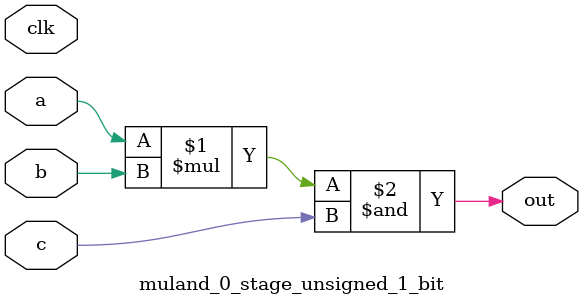
<source format=sv>
(* use_dsp = "yes" *) module muland_0_stage_unsigned_1_bit(
	input  [0:0] a,
	input  [0:0] b,
	input  [0:0] c,
	output [0:0] out,
	input clk);

	assign out = (a * b) & c;
endmodule

</source>
